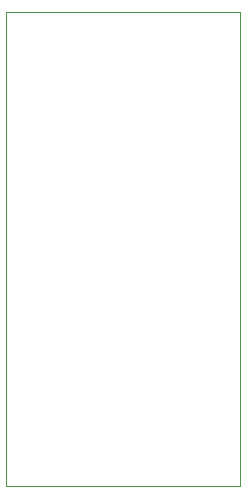
<source format=gbr>
G75*
G70*
%OFA0B0*%
%FSLAX24Y24*%
%IPPOS*%
%LPD*%
%AMOC8*
5,1,8,0,0,1.08239X$1,22.5*
%
%ADD10C,0.0000*%
D10*
X000150Y004093D02*
X000150Y019893D01*
X007950Y019893D01*
X007950Y004093D01*
X000150Y004093D01*
M02*

</source>
